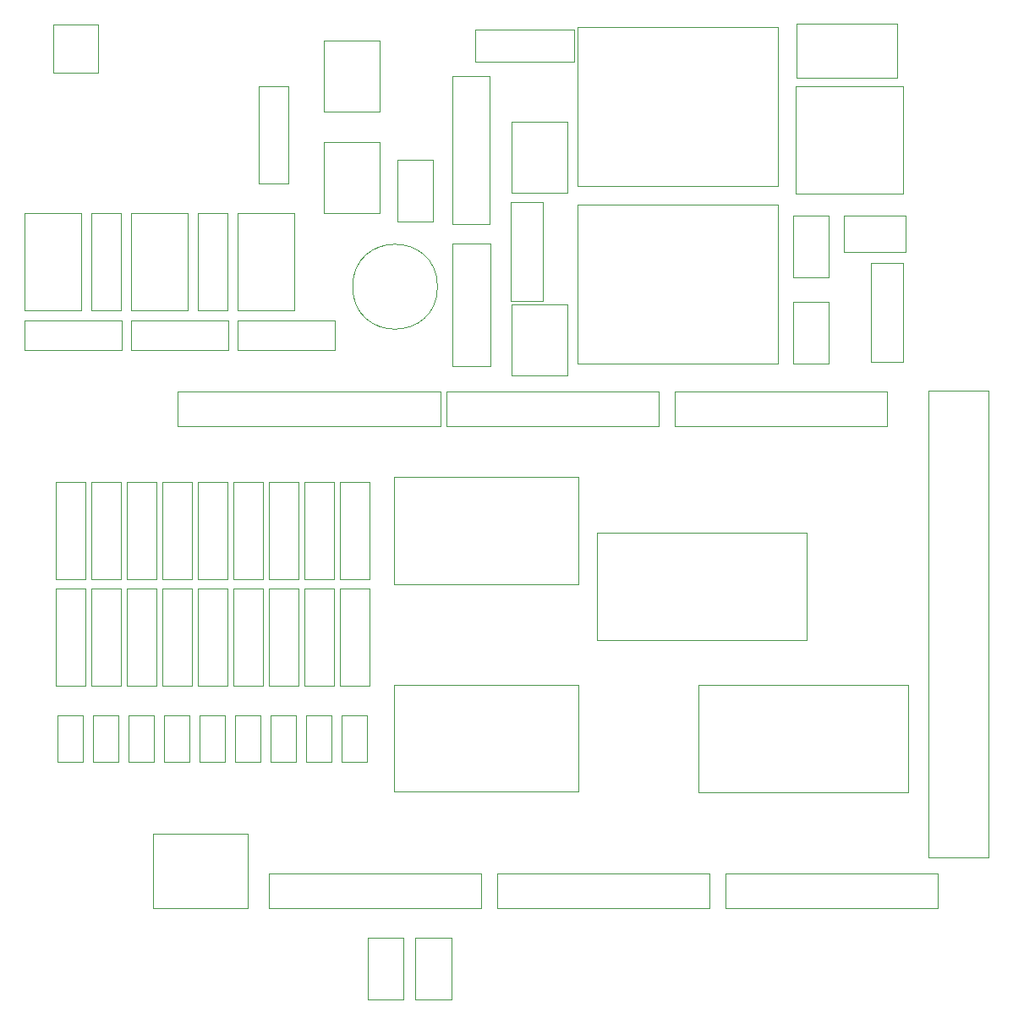
<source format=gbr>
G04 #@! TF.GenerationSoftware,KiCad,Pcbnew,(5.1.5)-3*
G04 #@! TF.CreationDate,2020-01-24T14:25:46-05:00*
G04 #@! TF.ProjectId,arduino_duo_shield,61726475-696e-46f5-9f64-756f5f736869,rev?*
G04 #@! TF.SameCoordinates,PX6258c20PY7445a00*
G04 #@! TF.FileFunction,Other,User*
%FSLAX46Y46*%
G04 Gerber Fmt 4.6, Leading zero omitted, Abs format (unit mm)*
G04 Created by KiCad (PCBNEW (5.1.5)-3) date 2020-01-24 14:25:46*
%MOMM*%
%LPD*%
G04 APERTURE LIST*
%ADD10C,0.050000*%
G04 APERTURE END LIST*
D10*
X41148000Y-8084000D02*
X44748000Y-8084000D01*
X41148000Y-1934000D02*
X41148000Y-8084000D01*
X44748000Y-1934000D02*
X41148000Y-1934000D01*
X44748000Y-8084000D02*
X44748000Y-1934000D01*
X36368000Y-8084000D02*
X39968000Y-8084000D01*
X36368000Y-1934000D02*
X36368000Y-8084000D01*
X39968000Y-1934000D02*
X36368000Y-1934000D01*
X39968000Y-8084000D02*
X39968000Y-1934000D01*
X84052000Y70380000D02*
X84052000Y66780000D01*
X90202000Y70380000D02*
X84052000Y70380000D01*
X90202000Y66780000D02*
X90202000Y70380000D01*
X84052000Y66780000D02*
X90202000Y66780000D01*
X56366000Y61462000D02*
X56366000Y54362000D01*
X56366000Y61462000D02*
X50806000Y61462000D01*
X50806000Y54362000D02*
X56366000Y54362000D01*
X50806000Y54362000D02*
X50806000Y61462000D01*
X56366000Y79750000D02*
X56366000Y72650000D01*
X56366000Y79750000D02*
X50806000Y79750000D01*
X50806000Y72650000D02*
X56366000Y72650000D01*
X50806000Y72650000D02*
X50806000Y79750000D01*
X37570000Y87878000D02*
X37570000Y80778000D01*
X37570000Y87878000D02*
X32010000Y87878000D01*
X32010000Y80778000D02*
X37570000Y80778000D01*
X32010000Y80778000D02*
X32010000Y87878000D01*
X37570000Y77718000D02*
X37570000Y70618000D01*
X37570000Y77718000D02*
X32010000Y77718000D01*
X32010000Y70618000D02*
X37570000Y70618000D01*
X32010000Y70618000D02*
X32010000Y77718000D01*
X39348000Y69828000D02*
X42948000Y69828000D01*
X39348000Y75978000D02*
X39348000Y69828000D01*
X42948000Y75978000D02*
X39348000Y75978000D01*
X42948000Y69828000D02*
X42948000Y75978000D01*
X79242000Y72568000D02*
X89942000Y72568000D01*
X79242000Y83368000D02*
X79242000Y72568000D01*
X89942000Y83368000D02*
X79242000Y83368000D01*
X89942000Y72568000D02*
X89942000Y83368000D01*
X4862000Y89552000D02*
X4862000Y84702000D01*
X9362000Y89552000D02*
X4862000Y89552000D01*
X9362000Y84702000D02*
X9362000Y89552000D01*
X4862000Y84702000D02*
X9362000Y84702000D01*
X57378000Y55550000D02*
X77478000Y55550000D01*
X77478000Y71450000D02*
X77478000Y55550000D01*
X57378000Y55550000D02*
X57378000Y71450000D01*
X77478000Y71450000D02*
X57378000Y71450000D01*
X43366000Y63274000D02*
G75*
G03X43366000Y63274000I-4250000J0D01*
G01*
X12674000Y70676000D02*
X12674000Y60876000D01*
X18324000Y70676000D02*
X12674000Y70676000D01*
X18324000Y60876000D02*
X18324000Y70676000D01*
X12674000Y60876000D02*
X18324000Y60876000D01*
X2006000Y70676000D02*
X2006000Y60876000D01*
X7656000Y70676000D02*
X2006000Y70676000D01*
X7656000Y60876000D02*
X7656000Y70676000D01*
X2006000Y60876000D02*
X7656000Y60876000D01*
X23342000Y70676000D02*
X23342000Y60876000D01*
X28992000Y70676000D02*
X23342000Y70676000D01*
X28992000Y60876000D02*
X28992000Y70676000D01*
X23342000Y60876000D02*
X28992000Y60876000D01*
X79288000Y84168000D02*
X89388000Y84168000D01*
X79288000Y89568000D02*
X79288000Y84168000D01*
X89388000Y89568000D02*
X79288000Y89568000D01*
X89388000Y84168000D02*
X89388000Y89568000D01*
X26440000Y33054000D02*
X26440000Y23334000D01*
X29440000Y33054000D02*
X26440000Y33054000D01*
X29440000Y23334000D02*
X29440000Y33054000D01*
X26440000Y23334000D02*
X29440000Y23334000D01*
X26440000Y43722000D02*
X26440000Y34002000D01*
X29440000Y43722000D02*
X26440000Y43722000D01*
X29440000Y34002000D02*
X29440000Y43722000D01*
X26440000Y34002000D02*
X29440000Y34002000D01*
X29996000Y33054000D02*
X29996000Y23334000D01*
X32996000Y33054000D02*
X29996000Y33054000D01*
X32996000Y23334000D02*
X32996000Y33054000D01*
X29996000Y23334000D02*
X32996000Y23334000D01*
X29996000Y43722000D02*
X29996000Y34002000D01*
X32996000Y43722000D02*
X29996000Y43722000D01*
X32996000Y34002000D02*
X32996000Y43722000D01*
X29996000Y34002000D02*
X32996000Y34002000D01*
X22328000Y60926000D02*
X22328000Y70646000D01*
X19328000Y60926000D02*
X22328000Y60926000D01*
X19328000Y70646000D02*
X19328000Y60926000D01*
X22328000Y70646000D02*
X19328000Y70646000D01*
X11660000Y60926000D02*
X11660000Y70646000D01*
X8660000Y60926000D02*
X11660000Y60926000D01*
X8660000Y70646000D02*
X8660000Y60926000D01*
X11660000Y70646000D02*
X8660000Y70646000D01*
X12666000Y56920000D02*
X22386000Y56920000D01*
X12666000Y59920000D02*
X12666000Y56920000D01*
X22386000Y59920000D02*
X12666000Y59920000D01*
X22386000Y56920000D02*
X22386000Y59920000D01*
X48586000Y69562000D02*
X48586000Y84362000D01*
X44886000Y69562000D02*
X48586000Y69562000D01*
X44886000Y84362000D02*
X44886000Y69562000D01*
X48586000Y84362000D02*
X44886000Y84362000D01*
X1998000Y56920000D02*
X11718000Y56920000D01*
X1998000Y59920000D02*
X1998000Y56920000D01*
X11718000Y59920000D02*
X1998000Y59920000D01*
X11718000Y56920000D02*
X11718000Y59920000D01*
X25424000Y83346000D02*
X25424000Y73626000D01*
X28424000Y83346000D02*
X25424000Y83346000D01*
X28424000Y73626000D02*
X28424000Y83346000D01*
X25424000Y73626000D02*
X28424000Y73626000D01*
X33552000Y33054000D02*
X33552000Y23334000D01*
X36552000Y33054000D02*
X33552000Y33054000D01*
X36552000Y23334000D02*
X36552000Y33054000D01*
X33552000Y23334000D02*
X36552000Y23334000D01*
X33552000Y43722000D02*
X33552000Y34002000D01*
X36552000Y43722000D02*
X33552000Y43722000D01*
X36552000Y34002000D02*
X36552000Y43722000D01*
X33552000Y34002000D02*
X36552000Y34002000D01*
X23334000Y56920000D02*
X33054000Y56920000D01*
X23334000Y59920000D02*
X23334000Y56920000D01*
X33054000Y59920000D02*
X23334000Y59920000D01*
X33054000Y56920000D02*
X33054000Y59920000D01*
X5104000Y33054000D02*
X5104000Y23334000D01*
X8104000Y33054000D02*
X5104000Y33054000D01*
X8104000Y23334000D02*
X8104000Y33054000D01*
X5104000Y23334000D02*
X8104000Y23334000D01*
X5104000Y43722000D02*
X5104000Y34002000D01*
X8104000Y43722000D02*
X5104000Y43722000D01*
X8104000Y34002000D02*
X8104000Y43722000D01*
X5104000Y34002000D02*
X8104000Y34002000D01*
X8660000Y33054000D02*
X8660000Y23334000D01*
X11660000Y33054000D02*
X8660000Y33054000D01*
X11660000Y23334000D02*
X11660000Y33054000D01*
X8660000Y23334000D02*
X11660000Y23334000D01*
X8660000Y43722000D02*
X8660000Y34002000D01*
X11660000Y43722000D02*
X8660000Y43722000D01*
X11660000Y34002000D02*
X11660000Y43722000D01*
X8660000Y34002000D02*
X11660000Y34002000D01*
X12216000Y33054000D02*
X12216000Y23334000D01*
X15216000Y33054000D02*
X12216000Y33054000D01*
X15216000Y23334000D02*
X15216000Y33054000D01*
X12216000Y23334000D02*
X15216000Y23334000D01*
X12216000Y43722000D02*
X12216000Y34002000D01*
X15216000Y43722000D02*
X12216000Y43722000D01*
X15216000Y34002000D02*
X15216000Y43722000D01*
X12216000Y34002000D02*
X15216000Y34002000D01*
X15772000Y33054000D02*
X15772000Y23334000D01*
X18772000Y33054000D02*
X15772000Y33054000D01*
X18772000Y23334000D02*
X18772000Y33054000D01*
X15772000Y23334000D02*
X18772000Y23334000D01*
X15772000Y43722000D02*
X15772000Y34002000D01*
X18772000Y43722000D02*
X15772000Y43722000D01*
X18772000Y34002000D02*
X18772000Y43722000D01*
X15772000Y34002000D02*
X18772000Y34002000D01*
X19328000Y33054000D02*
X19328000Y23334000D01*
X22328000Y33054000D02*
X19328000Y33054000D01*
X22328000Y23334000D02*
X22328000Y33054000D01*
X19328000Y23334000D02*
X22328000Y23334000D01*
X19328000Y43722000D02*
X19328000Y34002000D01*
X22328000Y43722000D02*
X19328000Y43722000D01*
X22328000Y34002000D02*
X22328000Y43722000D01*
X19328000Y34002000D02*
X22328000Y34002000D01*
X22884000Y33054000D02*
X22884000Y23334000D01*
X25884000Y33054000D02*
X22884000Y33054000D01*
X25884000Y23334000D02*
X25884000Y33054000D01*
X22884000Y23334000D02*
X25884000Y23334000D01*
X22884000Y43722000D02*
X22884000Y34002000D01*
X25884000Y43722000D02*
X22884000Y43722000D01*
X25884000Y34002000D02*
X25884000Y43722000D01*
X22884000Y34002000D02*
X25884000Y34002000D01*
X48636000Y55338000D02*
X48636000Y67598000D01*
X44836000Y55338000D02*
X48636000Y55338000D01*
X44836000Y67598000D02*
X44836000Y55338000D01*
X48636000Y67598000D02*
X44836000Y67598000D01*
X57378000Y73330000D02*
X77478000Y73330000D01*
X77478000Y89230000D02*
X77478000Y73330000D01*
X57378000Y73330000D02*
X57378000Y89230000D01*
X77478000Y89230000D02*
X57378000Y89230000D01*
X82572000Y70380000D02*
X78972000Y70380000D01*
X82572000Y64230000D02*
X82572000Y70380000D01*
X78972000Y64230000D02*
X82572000Y64230000D01*
X78972000Y70380000D02*
X78972000Y64230000D01*
X82572000Y61744000D02*
X78972000Y61744000D01*
X82572000Y55594000D02*
X82572000Y61744000D01*
X78972000Y55594000D02*
X82572000Y55594000D01*
X78972000Y61744000D02*
X78972000Y55594000D01*
X89992000Y55746000D02*
X89992000Y65666000D01*
X86792000Y55746000D02*
X89992000Y55746000D01*
X86792000Y65666000D02*
X86792000Y55746000D01*
X89992000Y65666000D02*
X86792000Y65666000D01*
X53924000Y71762000D02*
X50724000Y71762000D01*
X50724000Y71762000D02*
X50724000Y61842000D01*
X50724000Y61842000D02*
X53924000Y61842000D01*
X53924000Y61842000D02*
X53924000Y71762000D01*
X57030000Y85776000D02*
X57030000Y88976000D01*
X57030000Y88976000D02*
X47110000Y88976000D01*
X47110000Y88976000D02*
X47110000Y85776000D01*
X47110000Y85776000D02*
X57030000Y85776000D01*
X26690000Y20314000D02*
X26690000Y15714000D01*
X29190000Y20314000D02*
X26690000Y20314000D01*
X29190000Y15714000D02*
X29190000Y20314000D01*
X26690000Y15714000D02*
X29190000Y15714000D01*
X30246000Y20314000D02*
X30246000Y15714000D01*
X32746000Y20314000D02*
X30246000Y20314000D01*
X32746000Y15714000D02*
X32746000Y20314000D01*
X30246000Y15714000D02*
X32746000Y15714000D01*
X33802000Y20314000D02*
X33802000Y15714000D01*
X36302000Y20314000D02*
X33802000Y20314000D01*
X36302000Y15714000D02*
X36302000Y20314000D01*
X33802000Y15714000D02*
X36302000Y15714000D01*
X5354000Y20314000D02*
X5354000Y15714000D01*
X7854000Y20314000D02*
X5354000Y20314000D01*
X7854000Y15714000D02*
X7854000Y20314000D01*
X5354000Y15714000D02*
X7854000Y15714000D01*
X8910000Y20314000D02*
X8910000Y15714000D01*
X11410000Y20314000D02*
X8910000Y20314000D01*
X11410000Y15714000D02*
X11410000Y20314000D01*
X8910000Y15714000D02*
X11410000Y15714000D01*
X12466000Y20314000D02*
X12466000Y15714000D01*
X14966000Y20314000D02*
X12466000Y20314000D01*
X14966000Y15714000D02*
X14966000Y20314000D01*
X12466000Y15714000D02*
X14966000Y15714000D01*
X16022000Y20314000D02*
X16022000Y15714000D01*
X18522000Y20314000D02*
X16022000Y20314000D01*
X18522000Y15714000D02*
X18522000Y20314000D01*
X16022000Y15714000D02*
X18522000Y15714000D01*
X19578000Y20314000D02*
X19578000Y15714000D01*
X22078000Y20314000D02*
X19578000Y20314000D01*
X22078000Y15714000D02*
X22078000Y20314000D01*
X19578000Y15714000D02*
X22078000Y15714000D01*
X23134000Y20314000D02*
X23134000Y15714000D01*
X25634000Y20314000D02*
X23134000Y20314000D01*
X25634000Y15714000D02*
X25634000Y20314000D01*
X23134000Y15714000D02*
X25634000Y15714000D01*
X14860000Y1290000D02*
X14860000Y8290000D01*
X15110000Y8540000D02*
X24110000Y8540000D01*
X24360000Y8290000D02*
X24360000Y1290000D01*
X24110000Y1040000D02*
X15110000Y1040000D01*
X24360000Y8540000D02*
X24110000Y8540000D01*
X24360000Y8290000D02*
X24360000Y8540000D01*
X24360000Y1040000D02*
X24110000Y1040000D01*
X24360000Y1290000D02*
X24360000Y1040000D01*
X14860000Y1040000D02*
X14860000Y1290000D01*
X15110000Y1040000D02*
X14860000Y1040000D01*
X14860000Y8540000D02*
X14860000Y8290000D01*
X15110000Y8540000D02*
X14860000Y8540000D01*
X59360000Y38614000D02*
X59360000Y27914000D01*
X80360000Y38614000D02*
X59360000Y38614000D01*
X80360000Y27914000D02*
X80360000Y38614000D01*
X59360000Y27914000D02*
X80360000Y27914000D01*
X69520000Y23374000D02*
X69520000Y12674000D01*
X90520000Y23374000D02*
X69520000Y23374000D01*
X90520000Y12674000D02*
X90520000Y23374000D01*
X69520000Y12674000D02*
X90520000Y12674000D01*
X39040000Y44202000D02*
X39040000Y33502000D01*
X57490000Y44202000D02*
X39040000Y44202000D01*
X57490000Y33502000D02*
X57490000Y44202000D01*
X39040000Y33502000D02*
X57490000Y33502000D01*
X57480000Y12694000D02*
X57480000Y23394000D01*
X39030000Y12694000D02*
X57480000Y12694000D01*
X39030000Y23394000D02*
X39030000Y12694000D01*
X57480000Y23394000D02*
X39030000Y23394000D01*
X92484000Y6124000D02*
X98534000Y6124000D01*
X92484000Y52824000D02*
X98534000Y52824000D01*
X92484000Y6124000D02*
X92484000Y52824000D01*
X98534000Y6124000D02*
X98534000Y52824000D01*
X26444000Y4544000D02*
X26444000Y1044000D01*
X47744000Y4544000D02*
X47744000Y1044000D01*
X26444000Y4544000D02*
X47744000Y4544000D01*
X26444000Y1044000D02*
X47744000Y1044000D01*
X49304000Y4544000D02*
X49304000Y1044000D01*
X70604000Y4544000D02*
X70604000Y1044000D01*
X49304000Y4544000D02*
X70604000Y4544000D01*
X49304000Y1044000D02*
X70604000Y1044000D01*
X72164000Y4544000D02*
X72164000Y1044000D01*
X93464000Y4544000D02*
X93464000Y1044000D01*
X72164000Y4544000D02*
X93464000Y4544000D01*
X72164000Y1044000D02*
X93464000Y1044000D01*
X17300000Y52804000D02*
X17300000Y49304000D01*
X43700000Y52804000D02*
X43700000Y49304000D01*
X17300000Y52804000D02*
X43700000Y52804000D01*
X17300000Y49304000D02*
X43700000Y49304000D01*
X44224000Y52804000D02*
X44224000Y49304000D01*
X65524000Y52804000D02*
X65524000Y49304000D01*
X44224000Y52804000D02*
X65524000Y52804000D01*
X44224000Y49304000D02*
X65524000Y49304000D01*
X67084000Y52804000D02*
X67084000Y49304000D01*
X88384000Y52804000D02*
X88384000Y49304000D01*
X67084000Y52804000D02*
X88384000Y52804000D01*
X67084000Y49304000D02*
X88384000Y49304000D01*
M02*

</source>
